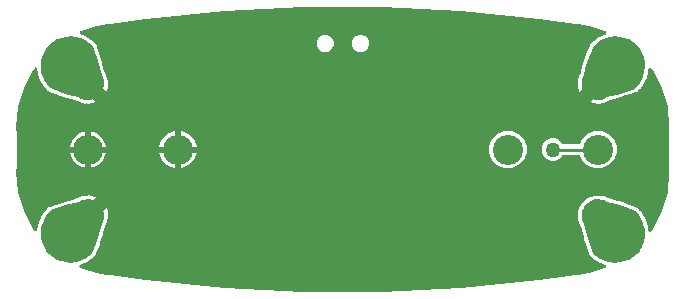
<source format=gbr>
G04 EAGLE Gerber RS-274X export*
G75*
%MOMM*%
%FSLAX34Y34*%
%LPD*%
%INBottom Copper*%
%IPPOS*%
%AMOC8*
5,1,8,0,0,1.08239X$1,22.5*%
G01*
%ADD10C,2.552700*%
%ADD11C,3.810000*%
%ADD12C,1.270000*%
%ADD13C,0.508000*%
%ADD14C,1.270000*%
%ADD15C,1.016000*%
%ADD16C,0.254000*%

G36*
X33322Y-120519D02*
X33322Y-120519D01*
X33339Y-120517D01*
X33385Y-120518D01*
X99945Y-117193D01*
X99962Y-117190D01*
X100008Y-117189D01*
X166320Y-110548D01*
X166334Y-110545D01*
X166367Y-110542D01*
X197337Y-106265D01*
X197416Y-106244D01*
X197498Y-106232D01*
X197569Y-106202D01*
X197644Y-106182D01*
X197666Y-106170D01*
X199447Y-105972D01*
X199461Y-105968D01*
X199496Y-105965D01*
X199999Y-105889D01*
X200003Y-105888D01*
X200011Y-105888D01*
X207869Y-104621D01*
X207882Y-104617D01*
X207895Y-104617D01*
X208051Y-104578D01*
X222087Y-100127D01*
X222100Y-100121D01*
X222115Y-100118D01*
X222245Y-100054D01*
X222376Y-99994D01*
X222387Y-99985D01*
X222401Y-99978D01*
X222510Y-99884D01*
X222622Y-99793D01*
X222631Y-99781D01*
X222642Y-99771D01*
X222725Y-99653D01*
X222811Y-99537D01*
X222817Y-99523D01*
X222825Y-99511D01*
X222876Y-99376D01*
X222930Y-99242D01*
X222932Y-99228D01*
X222938Y-99214D01*
X222953Y-99070D01*
X222973Y-98927D01*
X222971Y-98912D01*
X222972Y-98898D01*
X222952Y-98755D01*
X222935Y-98611D01*
X222930Y-98598D01*
X222928Y-98583D01*
X222873Y-98450D01*
X222820Y-98315D01*
X222812Y-98303D01*
X222806Y-98289D01*
X222720Y-98174D01*
X222635Y-98056D01*
X222624Y-98046D01*
X222615Y-98035D01*
X222503Y-97945D01*
X222392Y-97851D01*
X222379Y-97845D01*
X222367Y-97836D01*
X222225Y-97760D01*
X220951Y-97186D01*
X220932Y-97181D01*
X220916Y-97171D01*
X220763Y-97119D01*
X219534Y-96784D01*
X219471Y-96700D01*
X219378Y-96576D01*
X219377Y-96575D01*
X219263Y-96484D01*
X219130Y-96377D01*
X219129Y-96377D01*
X219128Y-96376D01*
X218988Y-96302D01*
X218551Y-96105D01*
X218405Y-96060D01*
X218248Y-96012D01*
X218247Y-96012D01*
X218087Y-96005D01*
X217931Y-95997D01*
X217930Y-95997D01*
X217928Y-95998D01*
X217824Y-96012D01*
X216763Y-95317D01*
X216746Y-95308D01*
X216731Y-95296D01*
X216588Y-95221D01*
X215427Y-94698D01*
X215378Y-94606D01*
X215305Y-94468D01*
X215305Y-94467D01*
X215201Y-94354D01*
X215091Y-94233D01*
X215091Y-94232D01*
X215090Y-94232D01*
X215089Y-94231D01*
X214963Y-94136D01*
X214562Y-93874D01*
X214424Y-93806D01*
X214278Y-93734D01*
X214277Y-93734D01*
X214276Y-93734D01*
X214102Y-93698D01*
X213966Y-93670D01*
X213965Y-93670D01*
X213963Y-93670D01*
X213858Y-93668D01*
X212919Y-92815D01*
X212903Y-92804D01*
X212891Y-92790D01*
X212762Y-92693D01*
X211696Y-91995D01*
X211669Y-91915D01*
X211612Y-91749D01*
X211612Y-91748D01*
X211529Y-91623D01*
X211438Y-91483D01*
X211437Y-91483D01*
X211437Y-91482D01*
X211436Y-91481D01*
X211326Y-91368D01*
X210269Y-90408D01*
X210183Y-90347D01*
X210103Y-90280D01*
X210026Y-90238D01*
X210009Y-90225D01*
X209994Y-90220D01*
X209962Y-90202D01*
X209100Y-89790D01*
X209099Y-89788D01*
X209068Y-89753D01*
X209044Y-89712D01*
X208964Y-89633D01*
X208938Y-89604D01*
X208894Y-89435D01*
X208847Y-89319D01*
X208807Y-89200D01*
X208788Y-89172D01*
X208775Y-89140D01*
X208701Y-89039D01*
X208632Y-88935D01*
X208597Y-88899D01*
X208586Y-88884D01*
X208569Y-88870D01*
X208520Y-88819D01*
X208442Y-88748D01*
X208399Y-87850D01*
X208381Y-87747D01*
X208372Y-87642D01*
X208348Y-87558D01*
X208344Y-87537D01*
X208338Y-87523D01*
X208328Y-87488D01*
X205080Y-78305D01*
X205058Y-78263D01*
X205045Y-78217D01*
X204987Y-78121D01*
X204937Y-78021D01*
X204906Y-77985D01*
X204882Y-77945D01*
X204801Y-77865D01*
X204776Y-77836D01*
X204385Y-76353D01*
X204376Y-76333D01*
X204354Y-76253D01*
X203847Y-74819D01*
X203847Y-74817D01*
X203851Y-74770D01*
X203862Y-74724D01*
X203862Y-74612D01*
X203869Y-74500D01*
X203861Y-74454D01*
X203860Y-74406D01*
X203829Y-74248D01*
X201292Y-64632D01*
X201271Y-64579D01*
X201258Y-64524D01*
X201194Y-64376D01*
X201151Y-64292D01*
X201070Y-64174D01*
X200991Y-64052D01*
X200980Y-64042D01*
X200971Y-64030D01*
X200863Y-63935D01*
X200757Y-63837D01*
X200739Y-63826D01*
X200732Y-63820D01*
X200716Y-63812D01*
X200620Y-63752D01*
X200605Y-63744D01*
X200256Y-62593D01*
X200242Y-62562D01*
X200235Y-62529D01*
X200170Y-62382D01*
X199510Y-61094D01*
X199345Y-59657D01*
X199337Y-59624D01*
X199335Y-59590D01*
X199299Y-59433D01*
X198879Y-58049D01*
X198939Y-57138D01*
X198939Y-57137D01*
X198974Y-56605D01*
X198972Y-56571D01*
X198976Y-56538D01*
X198968Y-56377D01*
X198803Y-54939D01*
X199155Y-53536D01*
X199159Y-53502D01*
X199170Y-53470D01*
X199190Y-53310D01*
X199285Y-51867D01*
X199883Y-50549D01*
X199893Y-50516D01*
X199909Y-50487D01*
X199958Y-50333D01*
X200310Y-48930D01*
X201133Y-47740D01*
X201149Y-47710D01*
X201170Y-47684D01*
X201246Y-47542D01*
X201843Y-46224D01*
X202866Y-45200D01*
X202887Y-45174D01*
X202912Y-45152D01*
X203012Y-45025D01*
X203836Y-43836D01*
X205025Y-43012D01*
X205050Y-42990D01*
X205080Y-42972D01*
X205200Y-42866D01*
X206224Y-41843D01*
X207542Y-41246D01*
X207570Y-41228D01*
X207602Y-41216D01*
X207740Y-41133D01*
X208930Y-40310D01*
X210333Y-39958D01*
X210365Y-39946D01*
X210398Y-39940D01*
X210549Y-39883D01*
X211867Y-39285D01*
X213310Y-39190D01*
X213344Y-39184D01*
X213378Y-39184D01*
X213536Y-39155D01*
X214939Y-38803D01*
X216377Y-38968D01*
X216411Y-38968D01*
X216444Y-38974D01*
X216605Y-38974D01*
X218049Y-38879D01*
X219433Y-39299D01*
X219467Y-39304D01*
X219498Y-39316D01*
X219657Y-39345D01*
X221094Y-39510D01*
X222382Y-40170D01*
X222413Y-40182D01*
X222442Y-40200D01*
X222593Y-40256D01*
X223744Y-40605D01*
X223752Y-40620D01*
X223836Y-40738D01*
X223916Y-40857D01*
X223927Y-40867D01*
X223936Y-40880D01*
X224047Y-40973D01*
X224154Y-41068D01*
X224171Y-41079D01*
X224179Y-41085D01*
X224195Y-41093D01*
X224292Y-41151D01*
X224353Y-41182D01*
X224412Y-41204D01*
X224467Y-41234D01*
X224620Y-41283D01*
X230344Y-42736D01*
X230396Y-42742D01*
X230446Y-42757D01*
X230553Y-42761D01*
X230660Y-42775D01*
X230712Y-42768D01*
X230764Y-42770D01*
X230869Y-42748D01*
X230874Y-42747D01*
X232366Y-43245D01*
X232388Y-43249D01*
X232456Y-43272D01*
X233973Y-43656D01*
X233982Y-43663D01*
X234017Y-43702D01*
X234107Y-43760D01*
X234192Y-43826D01*
X234240Y-43846D01*
X234284Y-43875D01*
X234433Y-43935D01*
X238727Y-45369D01*
X238779Y-45380D01*
X238828Y-45398D01*
X238934Y-45410D01*
X239039Y-45431D01*
X239092Y-45429D01*
X239143Y-45435D01*
X239249Y-45420D01*
X239255Y-45420D01*
X240707Y-46027D01*
X240728Y-46032D01*
X240794Y-46060D01*
X242278Y-46555D01*
X242287Y-46563D01*
X242319Y-46604D01*
X242405Y-46668D01*
X242484Y-46740D01*
X242531Y-46764D01*
X242573Y-46796D01*
X242717Y-46867D01*
X247876Y-49024D01*
X248007Y-49061D01*
X248136Y-49102D01*
X248169Y-49106D01*
X248183Y-49109D01*
X248204Y-49110D01*
X248296Y-49121D01*
X249061Y-49163D01*
X249379Y-49519D01*
X249411Y-49547D01*
X249438Y-49580D01*
X249531Y-49651D01*
X249619Y-49728D01*
X249657Y-49747D01*
X249691Y-49772D01*
X249835Y-49844D01*
X250276Y-50028D01*
X250567Y-50737D01*
X250633Y-50855D01*
X250696Y-50975D01*
X250716Y-51001D01*
X250723Y-51014D01*
X250738Y-51029D01*
X250795Y-51101D01*
X251605Y-52006D01*
X251606Y-52007D01*
X251710Y-52098D01*
X251845Y-52215D01*
X251846Y-52216D01*
X251989Y-52288D01*
X252129Y-52358D01*
X252130Y-52358D01*
X252132Y-52358D01*
X252233Y-52387D01*
X252921Y-53453D01*
X252933Y-53468D01*
X252942Y-53485D01*
X253041Y-53612D01*
X253891Y-54561D01*
X253898Y-54669D01*
X253909Y-54820D01*
X253909Y-54821D01*
X253959Y-54970D01*
X254009Y-55122D01*
X254009Y-55123D01*
X254010Y-55123D01*
X254010Y-55124D01*
X254088Y-55262D01*
X254304Y-55598D01*
X254411Y-55726D01*
X254508Y-55841D01*
X254509Y-55842D01*
X254643Y-55938D01*
X254766Y-56026D01*
X254767Y-56026D01*
X254767Y-56027D01*
X254769Y-56027D01*
X254864Y-56071D01*
X255377Y-57232D01*
X255387Y-57249D01*
X255393Y-57267D01*
X255471Y-57408D01*
X256162Y-58478D01*
X256152Y-58590D01*
X256139Y-58737D01*
X256139Y-58738D01*
X256170Y-58923D01*
X256191Y-59050D01*
X256191Y-59051D01*
X256191Y-59052D01*
X256192Y-59053D01*
X256246Y-59201D01*
X256408Y-59567D01*
X256491Y-59705D01*
X256571Y-59839D01*
X256572Y-59840D01*
X256698Y-59964D01*
X256797Y-60062D01*
X256798Y-60062D01*
X256798Y-60063D01*
X256800Y-60064D01*
X256887Y-60122D01*
X257211Y-61348D01*
X257219Y-61366D01*
X257222Y-61385D01*
X257277Y-61536D01*
X257792Y-62702D01*
X257768Y-62797D01*
X257729Y-62954D01*
X257729Y-62955D01*
X257730Y-63128D01*
X257731Y-63272D01*
X257731Y-63273D01*
X257732Y-63274D01*
X257762Y-63430D01*
X257865Y-63816D01*
X257926Y-63968D01*
X257983Y-64110D01*
X257984Y-64110D01*
X257984Y-64111D01*
X258084Y-64247D01*
X258172Y-64366D01*
X258173Y-64367D01*
X258174Y-64368D01*
X258251Y-64439D01*
X258380Y-65701D01*
X258384Y-65720D01*
X258384Y-65739D01*
X258415Y-65897D01*
X258741Y-67129D01*
X258700Y-67228D01*
X258640Y-67368D01*
X258640Y-67369D01*
X258615Y-67534D01*
X258592Y-67682D01*
X258592Y-67683D01*
X258592Y-67684D01*
X258592Y-67685D01*
X258598Y-67843D01*
X258639Y-68241D01*
X258676Y-68400D01*
X258710Y-68550D01*
X258710Y-68551D01*
X258794Y-68712D01*
X258856Y-68832D01*
X258857Y-68833D01*
X258858Y-68834D01*
X258956Y-68958D01*
X259070Y-69086D01*
X259119Y-69128D01*
X259161Y-69178D01*
X259239Y-69232D01*
X259310Y-69294D01*
X259368Y-69323D01*
X259421Y-69361D01*
X259510Y-69394D01*
X259594Y-69437D01*
X259658Y-69450D01*
X259719Y-69473D01*
X259813Y-69484D01*
X259905Y-69504D01*
X259970Y-69501D01*
X260035Y-69508D01*
X260128Y-69495D01*
X260223Y-69491D01*
X260286Y-69473D01*
X260350Y-69464D01*
X260437Y-69427D01*
X260528Y-69400D01*
X260584Y-69367D01*
X260644Y-69342D01*
X260719Y-69285D01*
X260800Y-69237D01*
X260846Y-69190D01*
X260898Y-69151D01*
X261007Y-69032D01*
X262433Y-67249D01*
X262456Y-67212D01*
X262485Y-67179D01*
X262568Y-67041D01*
X270259Y-52210D01*
X270274Y-52169D01*
X270297Y-52131D01*
X270352Y-51979D01*
X275001Y-35934D01*
X275008Y-35890D01*
X275023Y-35848D01*
X275047Y-35689D01*
X276477Y-19045D01*
X276477Y-19032D01*
X276479Y-19019D01*
X276480Y-18858D01*
X276074Y-12273D01*
X276063Y-12214D01*
X276061Y-12153D01*
X276033Y-12058D01*
X276015Y-11960D01*
X275989Y-11906D01*
X275973Y-11848D01*
X275935Y-11785D01*
X275935Y-10295D01*
X275933Y-10281D01*
X275928Y-10155D01*
X275770Y-8737D01*
X275823Y-8651D01*
X275832Y-8623D01*
X275846Y-8597D01*
X275878Y-8471D01*
X275916Y-8346D01*
X275918Y-8318D01*
X275925Y-8289D01*
X275935Y-8129D01*
X275935Y8129D01*
X275932Y8158D01*
X275934Y8187D01*
X275912Y8315D01*
X275895Y8444D01*
X275885Y8471D01*
X275880Y8500D01*
X275826Y8619D01*
X275778Y8740D01*
X275771Y8750D01*
X275928Y10155D01*
X275927Y10170D01*
X275935Y10295D01*
X275935Y11778D01*
X275956Y11810D01*
X275987Y11905D01*
X276026Y11996D01*
X276035Y12056D01*
X276054Y12113D01*
X276074Y12273D01*
X276099Y12671D01*
X276480Y18858D01*
X276479Y18871D01*
X276481Y18884D01*
X276478Y19045D01*
X275048Y35689D01*
X275038Y35733D01*
X275037Y35777D01*
X275025Y35830D01*
X275025Y35835D01*
X275022Y35843D01*
X275002Y35934D01*
X270352Y51980D01*
X270335Y52020D01*
X270325Y52064D01*
X270260Y52211D01*
X262569Y67041D01*
X262544Y67078D01*
X262526Y67118D01*
X262434Y67250D01*
X261194Y68800D01*
X261151Y68842D01*
X261114Y68890D01*
X261037Y68952D01*
X260966Y69021D01*
X260913Y69051D01*
X260866Y69089D01*
X260776Y69130D01*
X260690Y69179D01*
X260631Y69195D01*
X260576Y69220D01*
X260478Y69237D01*
X260383Y69263D01*
X260322Y69264D01*
X260263Y69275D01*
X260164Y69267D01*
X260065Y69269D01*
X260006Y69254D01*
X259946Y69250D01*
X259852Y69218D01*
X259756Y69195D01*
X259702Y69166D01*
X259645Y69147D01*
X259562Y69092D01*
X259474Y69046D01*
X259430Y69006D01*
X259379Y68972D01*
X259263Y68860D01*
X258950Y68515D01*
X258854Y68379D01*
X258768Y68256D01*
X258767Y68255D01*
X258706Y68094D01*
X258655Y67958D01*
X258655Y67957D01*
X258655Y67956D01*
X258627Y67800D01*
X258575Y67324D01*
X258578Y67173D01*
X258580Y67007D01*
X258580Y67006D01*
X258620Y66860D01*
X258664Y66700D01*
X258664Y66699D01*
X258665Y66699D01*
X258665Y66698D01*
X258712Y66603D01*
X258378Y65379D01*
X258375Y65360D01*
X258368Y65342D01*
X258341Y65184D01*
X258202Y63917D01*
X258117Y63829D01*
X258021Y63731D01*
X258021Y63730D01*
X258020Y63730D01*
X257933Y63576D01*
X257864Y63455D01*
X257863Y63454D01*
X257863Y63453D01*
X257863Y63452D01*
X257811Y63302D01*
X257685Y62840D01*
X257664Y62686D01*
X257641Y62527D01*
X257641Y62526D01*
X257641Y62525D01*
X257657Y62379D01*
X257676Y62211D01*
X257676Y62210D01*
X257676Y62209D01*
X257676Y62208D01*
X257707Y62107D01*
X257186Y60951D01*
X257181Y60932D01*
X257171Y60916D01*
X257119Y60763D01*
X256784Y59534D01*
X256692Y59465D01*
X256576Y59378D01*
X256575Y59377D01*
X256482Y59261D01*
X256377Y59130D01*
X256377Y59129D01*
X256376Y59128D01*
X256302Y58988D01*
X256105Y58551D01*
X256060Y58404D01*
X256012Y58248D01*
X256012Y58247D01*
X256004Y58084D01*
X255997Y57931D01*
X255997Y57930D01*
X255998Y57928D01*
X256012Y57824D01*
X255317Y56763D01*
X255308Y56746D01*
X255296Y56731D01*
X255221Y56588D01*
X254698Y55427D01*
X254593Y55371D01*
X254468Y55305D01*
X254467Y55305D01*
X254354Y55201D01*
X254233Y55091D01*
X254232Y55091D01*
X254232Y55090D01*
X254231Y55089D01*
X254136Y54963D01*
X253874Y54562D01*
X253799Y54409D01*
X253734Y54278D01*
X253734Y54277D01*
X253734Y54276D01*
X253697Y54098D01*
X253670Y53966D01*
X253670Y53965D01*
X253670Y53963D01*
X253668Y53858D01*
X252815Y52919D01*
X252804Y52903D01*
X252790Y52891D01*
X252693Y52762D01*
X251995Y51696D01*
X251912Y51668D01*
X251749Y51612D01*
X251748Y51612D01*
X251616Y51525D01*
X251483Y51438D01*
X251483Y51437D01*
X251482Y51437D01*
X251481Y51436D01*
X251368Y51326D01*
X250258Y50104D01*
X250228Y50061D01*
X250191Y50023D01*
X250101Y49890D01*
X249537Y48921D01*
X249435Y48894D01*
X249319Y48847D01*
X249200Y48807D01*
X249172Y48788D01*
X249140Y48775D01*
X249039Y48701D01*
X248935Y48632D01*
X248899Y48597D01*
X248884Y48586D01*
X248870Y48569D01*
X248819Y48520D01*
X248748Y48442D01*
X247628Y48388D01*
X247576Y48379D01*
X247523Y48379D01*
X247365Y48348D01*
X243635Y47363D01*
X243615Y47355D01*
X243535Y47333D01*
X239204Y45801D01*
X233099Y43919D01*
X228657Y42747D01*
X228637Y42739D01*
X228558Y42716D01*
X224728Y41362D01*
X224724Y41360D01*
X224720Y41359D01*
X224572Y41295D01*
X224292Y41151D01*
X224173Y41070D01*
X224052Y40991D01*
X224042Y40980D01*
X224029Y40971D01*
X223935Y40863D01*
X223837Y40757D01*
X223826Y40739D01*
X223820Y40732D01*
X223812Y40716D01*
X223752Y40620D01*
X223744Y40605D01*
X222593Y40256D01*
X222562Y40242D01*
X222529Y40235D01*
X222382Y40170D01*
X221094Y39510D01*
X219657Y39345D01*
X219624Y39337D01*
X219590Y39335D01*
X219433Y39299D01*
X218049Y38879D01*
X216605Y38974D01*
X216571Y38972D01*
X216538Y38976D01*
X216377Y38968D01*
X214939Y38803D01*
X213536Y39155D01*
X213502Y39159D01*
X213470Y39170D01*
X213310Y39190D01*
X211867Y39285D01*
X210549Y39883D01*
X210516Y39893D01*
X210487Y39909D01*
X210333Y39958D01*
X208930Y40310D01*
X207740Y41133D01*
X207710Y41149D01*
X207684Y41170D01*
X207542Y41246D01*
X206224Y41843D01*
X205201Y42866D01*
X205174Y42887D01*
X205152Y42912D01*
X205025Y43012D01*
X203836Y43836D01*
X203012Y45025D01*
X202990Y45050D01*
X202972Y45080D01*
X202866Y45200D01*
X201843Y46224D01*
X201246Y47542D01*
X201238Y47554D01*
X201236Y47561D01*
X201225Y47578D01*
X201216Y47602D01*
X201133Y47740D01*
X200310Y48930D01*
X199958Y50333D01*
X199946Y50365D01*
X199940Y50398D01*
X199883Y50549D01*
X199285Y51867D01*
X199190Y53311D01*
X199184Y53344D01*
X199184Y53378D01*
X199155Y53536D01*
X198803Y54939D01*
X198968Y56377D01*
X198968Y56411D01*
X198974Y56444D01*
X198974Y56605D01*
X198879Y58049D01*
X199299Y59433D01*
X199304Y59467D01*
X199316Y59498D01*
X199345Y59657D01*
X199510Y61094D01*
X200170Y62382D01*
X200182Y62413D01*
X200200Y62442D01*
X200256Y62593D01*
X200605Y63744D01*
X200620Y63752D01*
X200738Y63836D01*
X200857Y63916D01*
X200867Y63927D01*
X200880Y63936D01*
X200973Y64047D01*
X201068Y64154D01*
X201079Y64172D01*
X201085Y64179D01*
X201093Y64195D01*
X201151Y64292D01*
X201182Y64353D01*
X201204Y64412D01*
X201234Y64467D01*
X201283Y64620D01*
X202736Y70344D01*
X202742Y70396D01*
X202757Y70446D01*
X202761Y70553D01*
X202775Y70660D01*
X202768Y70712D01*
X202770Y70764D01*
X202748Y70869D01*
X202747Y70874D01*
X203245Y72366D01*
X203249Y72388D01*
X203272Y72456D01*
X203656Y73973D01*
X203663Y73982D01*
X203702Y74017D01*
X203760Y74107D01*
X203826Y74192D01*
X203846Y74240D01*
X203875Y74284D01*
X203935Y74433D01*
X205369Y78727D01*
X205380Y78779D01*
X205398Y78828D01*
X205410Y78934D01*
X205431Y79039D01*
X205429Y79092D01*
X205435Y79143D01*
X205420Y79249D01*
X205420Y79255D01*
X206027Y80707D01*
X206032Y80728D01*
X206060Y80794D01*
X206555Y82278D01*
X206563Y82287D01*
X206604Y82319D01*
X206668Y82405D01*
X206740Y82484D01*
X206764Y82531D01*
X206796Y82573D01*
X206867Y82717D01*
X209024Y87876D01*
X209061Y88007D01*
X209102Y88136D01*
X209106Y88169D01*
X209109Y88183D01*
X209110Y88204D01*
X209121Y88296D01*
X209163Y89061D01*
X209519Y89379D01*
X209547Y89411D01*
X209580Y89438D01*
X209651Y89531D01*
X209728Y89619D01*
X209747Y89657D01*
X209772Y89691D01*
X209844Y89835D01*
X210028Y90276D01*
X210737Y90567D01*
X210855Y90633D01*
X210975Y90696D01*
X211001Y90716D01*
X211014Y90723D01*
X211029Y90738D01*
X211101Y90795D01*
X212006Y91605D01*
X212007Y91606D01*
X212097Y91709D01*
X212215Y91845D01*
X212216Y91846D01*
X212281Y91976D01*
X212358Y92129D01*
X212358Y92130D01*
X212358Y92132D01*
X212387Y92233D01*
X213453Y92921D01*
X213468Y92933D01*
X213485Y92942D01*
X213612Y93041D01*
X214561Y93891D01*
X214669Y93898D01*
X214820Y93909D01*
X214821Y93909D01*
X214970Y93959D01*
X215122Y94009D01*
X215123Y94009D01*
X215123Y94010D01*
X215124Y94010D01*
X215262Y94088D01*
X215598Y94304D01*
X215722Y94408D01*
X215841Y94508D01*
X215842Y94509D01*
X215935Y94639D01*
X216026Y94766D01*
X216026Y94767D01*
X216027Y94767D01*
X216027Y94769D01*
X216071Y94864D01*
X217232Y95377D01*
X217249Y95387D01*
X217267Y95393D01*
X217408Y95471D01*
X218478Y96162D01*
X218589Y96152D01*
X218737Y96139D01*
X218738Y96139D01*
X218904Y96167D01*
X219050Y96191D01*
X219051Y96191D01*
X219052Y96191D01*
X219053Y96192D01*
X219201Y96246D01*
X219567Y96408D01*
X219705Y96491D01*
X219839Y96571D01*
X219840Y96572D01*
X219953Y96687D01*
X220062Y96797D01*
X220062Y96798D01*
X220063Y96798D01*
X220064Y96800D01*
X220122Y96887D01*
X221348Y97211D01*
X221366Y97219D01*
X221385Y97222D01*
X221536Y97277D01*
X222453Y97682D01*
X222470Y97692D01*
X222488Y97698D01*
X222606Y97774D01*
X222725Y97846D01*
X222739Y97860D01*
X222756Y97871D01*
X222851Y97973D01*
X222949Y98072D01*
X222958Y98089D01*
X222972Y98104D01*
X223038Y98227D01*
X223109Y98347D01*
X223114Y98366D01*
X223123Y98384D01*
X223157Y98519D01*
X223195Y98653D01*
X223196Y98673D01*
X223200Y98692D01*
X223199Y98831D01*
X223203Y98971D01*
X223198Y98990D01*
X223198Y99010D01*
X223163Y99145D01*
X223131Y99281D01*
X223122Y99299D01*
X223117Y99318D01*
X223049Y99440D01*
X222985Y99564D01*
X222972Y99578D01*
X222962Y99595D01*
X222867Y99696D01*
X222773Y99801D01*
X222757Y99812D01*
X222743Y99826D01*
X222625Y99900D01*
X222509Y99978D01*
X222490Y99984D01*
X222474Y99995D01*
X222324Y100053D01*
X208051Y104578D01*
X208038Y104580D01*
X208026Y104586D01*
X207869Y104621D01*
X200012Y105887D01*
X200008Y105888D01*
X200000Y105889D01*
X199497Y105965D01*
X199482Y105966D01*
X199447Y105972D01*
X197668Y106169D01*
X197650Y106180D01*
X197571Y106202D01*
X197494Y106233D01*
X197349Y106262D01*
X197343Y106264D01*
X197341Y106264D01*
X197337Y106265D01*
X166367Y110542D01*
X166353Y110542D01*
X166320Y110548D01*
X100008Y117189D01*
X99991Y117188D01*
X99945Y117193D01*
X33385Y120518D01*
X33368Y120517D01*
X33322Y120520D01*
X-33322Y120520D01*
X-33339Y120517D01*
X-33385Y120518D01*
X-99945Y117193D01*
X-99962Y117190D01*
X-100008Y117189D01*
X-166320Y110548D01*
X-166334Y110545D01*
X-166367Y110542D01*
X-197337Y106265D01*
X-197416Y106244D01*
X-197498Y106232D01*
X-197569Y106202D01*
X-197644Y106182D01*
X-197666Y106170D01*
X-199447Y105972D01*
X-199461Y105968D01*
X-199496Y105965D01*
X-200003Y105889D01*
X-200007Y105888D01*
X-200016Y105887D01*
X-207870Y104622D01*
X-207882Y104618D01*
X-207895Y104617D01*
X-208051Y104578D01*
X-222089Y100128D01*
X-222102Y100122D01*
X-222117Y100119D01*
X-222247Y100055D01*
X-222377Y99995D01*
X-222389Y99985D01*
X-222402Y99979D01*
X-222512Y99885D01*
X-222624Y99794D01*
X-222633Y99782D01*
X-222644Y99772D01*
X-222727Y99654D01*
X-222813Y99538D01*
X-222818Y99524D01*
X-222827Y99512D01*
X-222878Y99376D01*
X-222932Y99243D01*
X-222934Y99228D01*
X-222939Y99214D01*
X-222955Y99071D01*
X-222974Y98928D01*
X-222972Y98913D01*
X-222974Y98898D01*
X-222954Y98756D01*
X-222937Y98612D01*
X-222931Y98598D01*
X-222929Y98584D01*
X-222874Y98451D01*
X-222822Y98316D01*
X-222813Y98303D01*
X-222808Y98290D01*
X-222721Y98174D01*
X-222637Y98057D01*
X-222626Y98047D01*
X-222617Y98035D01*
X-222505Y97946D01*
X-222394Y97852D01*
X-222380Y97846D01*
X-222369Y97836D01*
X-222226Y97761D01*
X-220951Y97186D01*
X-220932Y97181D01*
X-220916Y97171D01*
X-220763Y97119D01*
X-219534Y96784D01*
X-219471Y96700D01*
X-219378Y96576D01*
X-219377Y96575D01*
X-219261Y96482D01*
X-219130Y96377D01*
X-219129Y96377D01*
X-219128Y96376D01*
X-218988Y96302D01*
X-218551Y96105D01*
X-218404Y96060D01*
X-218248Y96012D01*
X-218247Y96012D01*
X-218087Y96005D01*
X-217931Y95997D01*
X-217930Y95997D01*
X-217928Y95998D01*
X-217824Y96012D01*
X-216763Y95317D01*
X-216746Y95308D01*
X-216731Y95296D01*
X-216588Y95221D01*
X-215427Y94698D01*
X-215374Y94598D01*
X-215305Y94468D01*
X-215305Y94467D01*
X-215201Y94354D01*
X-215091Y94233D01*
X-215091Y94232D01*
X-215090Y94232D01*
X-215089Y94231D01*
X-214963Y94136D01*
X-214562Y93874D01*
X-214416Y93802D01*
X-214278Y93734D01*
X-214277Y93734D01*
X-214276Y93734D01*
X-214102Y93698D01*
X-213966Y93670D01*
X-213965Y93670D01*
X-213963Y93670D01*
X-213858Y93668D01*
X-212919Y92815D01*
X-212903Y92804D01*
X-212891Y92790D01*
X-212762Y92693D01*
X-211696Y91995D01*
X-211665Y91905D01*
X-211612Y91749D01*
X-211612Y91748D01*
X-211523Y91614D01*
X-211438Y91483D01*
X-211437Y91483D01*
X-211437Y91482D01*
X-211436Y91481D01*
X-211326Y91368D01*
X-210104Y90258D01*
X-210061Y90228D01*
X-210023Y90191D01*
X-209890Y90101D01*
X-208921Y89537D01*
X-208894Y89435D01*
X-208847Y89319D01*
X-208807Y89200D01*
X-208788Y89172D01*
X-208775Y89140D01*
X-208701Y89039D01*
X-208632Y88935D01*
X-208597Y88899D01*
X-208586Y88884D01*
X-208570Y88870D01*
X-208520Y88819D01*
X-208442Y88748D01*
X-208388Y87628D01*
X-208379Y87576D01*
X-208379Y87523D01*
X-208348Y87365D01*
X-207363Y83635D01*
X-207355Y83615D01*
X-207333Y83535D01*
X-205801Y79205D01*
X-203919Y73099D01*
X-202747Y68657D01*
X-202739Y68637D01*
X-202716Y68558D01*
X-201362Y64728D01*
X-201360Y64724D01*
X-201359Y64720D01*
X-201295Y64572D01*
X-201151Y64292D01*
X-201070Y64173D01*
X-200991Y64052D01*
X-200980Y64042D01*
X-200971Y64029D01*
X-200863Y63935D01*
X-200757Y63837D01*
X-200739Y63826D01*
X-200732Y63820D01*
X-200716Y63812D01*
X-200620Y63752D01*
X-200605Y63744D01*
X-200256Y62593D01*
X-200242Y62562D01*
X-200235Y62529D01*
X-200170Y62382D01*
X-199510Y61094D01*
X-199345Y59657D01*
X-199337Y59624D01*
X-199335Y59590D01*
X-199299Y59433D01*
X-198879Y58049D01*
X-198974Y56605D01*
X-198972Y56571D01*
X-198976Y56538D01*
X-198968Y56377D01*
X-198803Y54939D01*
X-199155Y53536D01*
X-199159Y53502D01*
X-199170Y53470D01*
X-199190Y53310D01*
X-199285Y51867D01*
X-199883Y50549D01*
X-199893Y50516D01*
X-199909Y50487D01*
X-199958Y50333D01*
X-200310Y48930D01*
X-201133Y47740D01*
X-201144Y47720D01*
X-201158Y47702D01*
X-201163Y47693D01*
X-201170Y47684D01*
X-201246Y47542D01*
X-201843Y46224D01*
X-202866Y45201D01*
X-202887Y45174D01*
X-202912Y45152D01*
X-203012Y45025D01*
X-203836Y43836D01*
X-205025Y43012D01*
X-205050Y42990D01*
X-205080Y42972D01*
X-205201Y42866D01*
X-206224Y41843D01*
X-207542Y41246D01*
X-207570Y41228D01*
X-207602Y41216D01*
X-207740Y41133D01*
X-208930Y40310D01*
X-210333Y39958D01*
X-210365Y39946D01*
X-210398Y39940D01*
X-210549Y39883D01*
X-211867Y39285D01*
X-213310Y39190D01*
X-213344Y39184D01*
X-213378Y39184D01*
X-213536Y39155D01*
X-214939Y38803D01*
X-216377Y38968D01*
X-216411Y38968D01*
X-216444Y38974D01*
X-216605Y38974D01*
X-218049Y38879D01*
X-219433Y39299D01*
X-219467Y39304D01*
X-219498Y39316D01*
X-219657Y39345D01*
X-221094Y39510D01*
X-222382Y40170D01*
X-222413Y40182D01*
X-222442Y40200D01*
X-222593Y40256D01*
X-223744Y40605D01*
X-223752Y40620D01*
X-223836Y40738D01*
X-223916Y40857D01*
X-223927Y40867D01*
X-223936Y40880D01*
X-224047Y40973D01*
X-224154Y41068D01*
X-224172Y41079D01*
X-224179Y41085D01*
X-224195Y41093D01*
X-224292Y41151D01*
X-224353Y41182D01*
X-224412Y41204D01*
X-224467Y41234D01*
X-224620Y41283D01*
X-230344Y42736D01*
X-230396Y42742D01*
X-230446Y42757D01*
X-230553Y42761D01*
X-230660Y42775D01*
X-230712Y42768D01*
X-230764Y42770D01*
X-230869Y42748D01*
X-230874Y42747D01*
X-232366Y43245D01*
X-232388Y43249D01*
X-232456Y43272D01*
X-233973Y43656D01*
X-233982Y43663D01*
X-234017Y43702D01*
X-234107Y43760D01*
X-234192Y43826D01*
X-234240Y43846D01*
X-234284Y43875D01*
X-234433Y43935D01*
X-238727Y45369D01*
X-238779Y45380D01*
X-238828Y45398D01*
X-238934Y45410D01*
X-239039Y45431D01*
X-239092Y45429D01*
X-239143Y45435D01*
X-239249Y45420D01*
X-239255Y45420D01*
X-240707Y46027D01*
X-240728Y46032D01*
X-240794Y46060D01*
X-242278Y46555D01*
X-242287Y46563D01*
X-242319Y46604D01*
X-242405Y46668D01*
X-242484Y46740D01*
X-242531Y46764D01*
X-242573Y46796D01*
X-242717Y46867D01*
X-247876Y49024D01*
X-248007Y49061D01*
X-248136Y49102D01*
X-248169Y49106D01*
X-248183Y49109D01*
X-248204Y49110D01*
X-248296Y49121D01*
X-249061Y49163D01*
X-249379Y49519D01*
X-249411Y49547D01*
X-249438Y49580D01*
X-249531Y49651D01*
X-249619Y49728D01*
X-249657Y49747D01*
X-249691Y49772D01*
X-249835Y49844D01*
X-250276Y50028D01*
X-250567Y50737D01*
X-250633Y50855D01*
X-250696Y50975D01*
X-250716Y51001D01*
X-250723Y51014D01*
X-250738Y51029D01*
X-250795Y51101D01*
X-251605Y52006D01*
X-251606Y52007D01*
X-251702Y52091D01*
X-251845Y52215D01*
X-251846Y52216D01*
X-251983Y52285D01*
X-252129Y52358D01*
X-252130Y52358D01*
X-252132Y52358D01*
X-252233Y52387D01*
X-252921Y53453D01*
X-252933Y53468D01*
X-252942Y53485D01*
X-253041Y53612D01*
X-253891Y54561D01*
X-253898Y54660D01*
X-253909Y54820D01*
X-253909Y54821D01*
X-253954Y54957D01*
X-254009Y55122D01*
X-254009Y55123D01*
X-254010Y55123D01*
X-254010Y55124D01*
X-254088Y55262D01*
X-254304Y55598D01*
X-254401Y55714D01*
X-254508Y55841D01*
X-254509Y55842D01*
X-254643Y55938D01*
X-254766Y56026D01*
X-254767Y56026D01*
X-254767Y56027D01*
X-254769Y56027D01*
X-254864Y56071D01*
X-255377Y57232D01*
X-255387Y57249D01*
X-255393Y57267D01*
X-255471Y57408D01*
X-256162Y58478D01*
X-256153Y58579D01*
X-256139Y58737D01*
X-256139Y58738D01*
X-256165Y58896D01*
X-256191Y59050D01*
X-256191Y59051D01*
X-256191Y59052D01*
X-256192Y59053D01*
X-256246Y59201D01*
X-256408Y59567D01*
X-256488Y59701D01*
X-256571Y59839D01*
X-256572Y59840D01*
X-256680Y59946D01*
X-256797Y60062D01*
X-256798Y60062D01*
X-256798Y60063D01*
X-256800Y60064D01*
X-256887Y60122D01*
X-257211Y61348D01*
X-257219Y61366D01*
X-257222Y61385D01*
X-257277Y61536D01*
X-257792Y62702D01*
X-257771Y62784D01*
X-257729Y62954D01*
X-257729Y62955D01*
X-257730Y63107D01*
X-257731Y63272D01*
X-257731Y63273D01*
X-257732Y63274D01*
X-257762Y63430D01*
X-257865Y63816D01*
X-257919Y63951D01*
X-257983Y64110D01*
X-257984Y64110D01*
X-257984Y64111D01*
X-258071Y64230D01*
X-258172Y64366D01*
X-258172Y64367D01*
X-258173Y64367D01*
X-258173Y64368D01*
X-258251Y64439D01*
X-258380Y65701D01*
X-258384Y65720D01*
X-258384Y65739D01*
X-258415Y65897D01*
X-258741Y67129D01*
X-258701Y67224D01*
X-258640Y67368D01*
X-258640Y67369D01*
X-258617Y67521D01*
X-258592Y67682D01*
X-258592Y67683D01*
X-258592Y67684D01*
X-258592Y67685D01*
X-258598Y67843D01*
X-258639Y68241D01*
X-258671Y68379D01*
X-258710Y68549D01*
X-258710Y68550D01*
X-258710Y68551D01*
X-258782Y68688D01*
X-258856Y68832D01*
X-258857Y68832D01*
X-258857Y68833D01*
X-258858Y68834D01*
X-258956Y68958D01*
X-259071Y69087D01*
X-259120Y69130D01*
X-259163Y69180D01*
X-259240Y69234D01*
X-259311Y69296D01*
X-259370Y69325D01*
X-259423Y69363D01*
X-259511Y69396D01*
X-259596Y69438D01*
X-259659Y69452D01*
X-259720Y69475D01*
X-259814Y69485D01*
X-259907Y69505D01*
X-259972Y69503D01*
X-260037Y69510D01*
X-260130Y69497D01*
X-260224Y69493D01*
X-260287Y69474D01*
X-260351Y69465D01*
X-260439Y69429D01*
X-260529Y69402D01*
X-260585Y69369D01*
X-260645Y69344D01*
X-260721Y69287D01*
X-260802Y69238D01*
X-260848Y69192D01*
X-260900Y69153D01*
X-261008Y69034D01*
X-262435Y67251D01*
X-262458Y67213D01*
X-262487Y67180D01*
X-262570Y67042D01*
X-270261Y52211D01*
X-270276Y52170D01*
X-270299Y52132D01*
X-270353Y51980D01*
X-275003Y35934D01*
X-275010Y35891D01*
X-275024Y35849D01*
X-275048Y35690D01*
X-276478Y19045D01*
X-276477Y19032D01*
X-276480Y19019D01*
X-276480Y18858D01*
X-276074Y12273D01*
X-276063Y12213D01*
X-276061Y12153D01*
X-276033Y12058D01*
X-276015Y11960D01*
X-275989Y11905D01*
X-275973Y11848D01*
X-275935Y11784D01*
X-275935Y10295D01*
X-275933Y10281D01*
X-275928Y10155D01*
X-275770Y8737D01*
X-275823Y8651D01*
X-275832Y8623D01*
X-275846Y8598D01*
X-275878Y8472D01*
X-275916Y8347D01*
X-275918Y8318D01*
X-275925Y8290D01*
X-275935Y8129D01*
X-275935Y-8129D01*
X-275932Y-8158D01*
X-275934Y-8186D01*
X-275912Y-8315D01*
X-275895Y-8444D01*
X-275885Y-8471D01*
X-275880Y-8500D01*
X-275826Y-8619D01*
X-275778Y-8740D01*
X-275771Y-8750D01*
X-275928Y-10155D01*
X-275927Y-10170D01*
X-275935Y-10295D01*
X-275935Y-11778D01*
X-275956Y-11810D01*
X-275986Y-11905D01*
X-276026Y-11996D01*
X-276035Y-12056D01*
X-276054Y-12113D01*
X-276074Y-12272D01*
X-276091Y-12553D01*
X-276169Y-13822D01*
X-276479Y-18858D01*
X-276479Y-18871D01*
X-276481Y-18884D01*
X-276477Y-19044D01*
X-275047Y-35689D01*
X-275037Y-35732D01*
X-275036Y-35776D01*
X-275001Y-35933D01*
X-270351Y-51979D01*
X-270333Y-52020D01*
X-270324Y-52063D01*
X-270259Y-52210D01*
X-262568Y-67040D01*
X-262543Y-67077D01*
X-262525Y-67117D01*
X-262432Y-67249D01*
X-261193Y-68798D01*
X-261149Y-68840D01*
X-261113Y-68889D01*
X-261036Y-68951D01*
X-260964Y-69020D01*
X-260912Y-69050D01*
X-260865Y-69088D01*
X-260774Y-69128D01*
X-260688Y-69178D01*
X-260630Y-69194D01*
X-260575Y-69219D01*
X-260477Y-69236D01*
X-260382Y-69262D01*
X-260321Y-69263D01*
X-260262Y-69273D01*
X-260163Y-69266D01*
X-260064Y-69267D01*
X-260005Y-69253D01*
X-259945Y-69248D01*
X-259851Y-69216D01*
X-259754Y-69193D01*
X-259701Y-69165D01*
X-259644Y-69145D01*
X-259561Y-69091D01*
X-259473Y-69045D01*
X-259428Y-69004D01*
X-259378Y-68971D01*
X-259262Y-68859D01*
X-258950Y-68515D01*
X-258868Y-68399D01*
X-258768Y-68256D01*
X-258767Y-68255D01*
X-258706Y-68094D01*
X-258655Y-67958D01*
X-258655Y-67957D01*
X-258655Y-67956D01*
X-258627Y-67800D01*
X-258575Y-67324D01*
X-258575Y-67305D01*
X-258573Y-67291D01*
X-258577Y-67231D01*
X-258577Y-67201D01*
X-258580Y-67007D01*
X-258580Y-67006D01*
X-258618Y-66867D01*
X-258664Y-66700D01*
X-258664Y-66699D01*
X-258665Y-66699D01*
X-258665Y-66698D01*
X-258712Y-66603D01*
X-258378Y-65379D01*
X-258375Y-65360D01*
X-258368Y-65342D01*
X-258341Y-65184D01*
X-258202Y-63917D01*
X-258151Y-63864D01*
X-258021Y-63731D01*
X-258021Y-63730D01*
X-258020Y-63730D01*
X-257965Y-63632D01*
X-257864Y-63455D01*
X-257863Y-63454D01*
X-257863Y-63453D01*
X-257863Y-63452D01*
X-257811Y-63302D01*
X-257685Y-62840D01*
X-257667Y-62708D01*
X-257641Y-62527D01*
X-257641Y-62526D01*
X-257641Y-62525D01*
X-257657Y-62378D01*
X-257676Y-62211D01*
X-257676Y-62210D01*
X-257676Y-62209D01*
X-257676Y-62208D01*
X-257707Y-62107D01*
X-257186Y-60951D01*
X-257181Y-60932D01*
X-257171Y-60916D01*
X-257119Y-60763D01*
X-256784Y-59534D01*
X-256707Y-59476D01*
X-256576Y-59378D01*
X-256575Y-59377D01*
X-256490Y-59270D01*
X-256377Y-59130D01*
X-256377Y-59129D01*
X-256376Y-59128D01*
X-256302Y-58988D01*
X-256105Y-58551D01*
X-256061Y-58407D01*
X-256012Y-58248D01*
X-256012Y-58247D01*
X-256005Y-58096D01*
X-255997Y-57931D01*
X-255997Y-57930D01*
X-255998Y-57928D01*
X-256012Y-57824D01*
X-255317Y-56763D01*
X-255308Y-56746D01*
X-255296Y-56731D01*
X-255221Y-56588D01*
X-254698Y-55427D01*
X-254602Y-55376D01*
X-254468Y-55305D01*
X-254467Y-55305D01*
X-254363Y-55209D01*
X-254233Y-55091D01*
X-254232Y-55091D01*
X-254232Y-55090D01*
X-254231Y-55089D01*
X-254136Y-54963D01*
X-253874Y-54562D01*
X-253802Y-54416D01*
X-253734Y-54278D01*
X-253734Y-54277D01*
X-253734Y-54276D01*
X-253700Y-54113D01*
X-253670Y-53966D01*
X-253670Y-53965D01*
X-253670Y-53963D01*
X-253668Y-53858D01*
X-252815Y-52919D01*
X-252804Y-52903D01*
X-252790Y-52891D01*
X-252693Y-52762D01*
X-251995Y-51696D01*
X-251912Y-51668D01*
X-251749Y-51612D01*
X-251748Y-51612D01*
X-251616Y-51525D01*
X-251483Y-51438D01*
X-251483Y-51437D01*
X-251482Y-51437D01*
X-251481Y-51436D01*
X-251368Y-51326D01*
X-250258Y-50104D01*
X-250228Y-50061D01*
X-250191Y-50023D01*
X-250101Y-49890D01*
X-249537Y-48921D01*
X-249435Y-48894D01*
X-249319Y-48847D01*
X-249200Y-48807D01*
X-249172Y-48788D01*
X-249140Y-48775D01*
X-249039Y-48701D01*
X-248935Y-48632D01*
X-248899Y-48597D01*
X-248884Y-48586D01*
X-248870Y-48570D01*
X-248819Y-48520D01*
X-248748Y-48442D01*
X-247628Y-48388D01*
X-247576Y-48379D01*
X-247523Y-48379D01*
X-247365Y-48348D01*
X-243635Y-47363D01*
X-243615Y-47355D01*
X-243535Y-47333D01*
X-239205Y-45801D01*
X-233099Y-43919D01*
X-228657Y-42747D01*
X-228637Y-42739D01*
X-228558Y-42716D01*
X-224728Y-41362D01*
X-224724Y-41360D01*
X-224720Y-41359D01*
X-224572Y-41295D01*
X-224292Y-41151D01*
X-224173Y-41070D01*
X-224052Y-40991D01*
X-224042Y-40980D01*
X-224029Y-40971D01*
X-223935Y-40863D01*
X-223837Y-40757D01*
X-223826Y-40739D01*
X-223820Y-40732D01*
X-223812Y-40716D01*
X-223752Y-40620D01*
X-223744Y-40605D01*
X-222593Y-40256D01*
X-222562Y-40242D01*
X-222529Y-40235D01*
X-222382Y-40170D01*
X-221094Y-39510D01*
X-219657Y-39345D01*
X-219624Y-39337D01*
X-219590Y-39335D01*
X-219433Y-39299D01*
X-218049Y-38879D01*
X-216605Y-38974D01*
X-216571Y-38972D01*
X-216538Y-38976D01*
X-216377Y-38968D01*
X-214939Y-38803D01*
X-213536Y-39155D01*
X-213502Y-39159D01*
X-213470Y-39170D01*
X-213310Y-39190D01*
X-211867Y-39285D01*
X-210549Y-39883D01*
X-210516Y-39893D01*
X-210487Y-39909D01*
X-210333Y-39958D01*
X-208930Y-40310D01*
X-207740Y-41133D01*
X-207710Y-41149D01*
X-207684Y-41170D01*
X-207542Y-41246D01*
X-206224Y-41843D01*
X-205201Y-42866D01*
X-205174Y-42887D01*
X-205152Y-42912D01*
X-205025Y-43012D01*
X-203836Y-43836D01*
X-203012Y-45025D01*
X-202990Y-45050D01*
X-202972Y-45080D01*
X-202866Y-45201D01*
X-201843Y-46224D01*
X-201246Y-47542D01*
X-201228Y-47570D01*
X-201216Y-47602D01*
X-201133Y-47740D01*
X-200310Y-48930D01*
X-199958Y-50333D01*
X-199946Y-50365D01*
X-199940Y-50398D01*
X-199883Y-50549D01*
X-199285Y-51867D01*
X-199190Y-53310D01*
X-199184Y-53344D01*
X-199184Y-53378D01*
X-199166Y-53477D01*
X-199165Y-53486D01*
X-199163Y-53494D01*
X-199155Y-53536D01*
X-198803Y-54939D01*
X-198968Y-56377D01*
X-198968Y-56411D01*
X-198974Y-56444D01*
X-198974Y-56605D01*
X-198879Y-58049D01*
X-199299Y-59433D01*
X-199304Y-59467D01*
X-199316Y-59498D01*
X-199345Y-59657D01*
X-199510Y-61094D01*
X-200170Y-62382D01*
X-200182Y-62413D01*
X-200200Y-62442D01*
X-200256Y-62593D01*
X-200605Y-63744D01*
X-200620Y-63752D01*
X-200738Y-63836D01*
X-200857Y-63916D01*
X-200867Y-63927D01*
X-200880Y-63936D01*
X-200973Y-64047D01*
X-201068Y-64154D01*
X-201079Y-64172D01*
X-201085Y-64179D01*
X-201093Y-64195D01*
X-201151Y-64292D01*
X-201182Y-64353D01*
X-201204Y-64412D01*
X-201234Y-64467D01*
X-201283Y-64620D01*
X-202736Y-70344D01*
X-202742Y-70396D01*
X-202757Y-70446D01*
X-202761Y-70553D01*
X-202775Y-70660D01*
X-202768Y-70712D01*
X-202770Y-70764D01*
X-202748Y-70869D01*
X-202747Y-70874D01*
X-203245Y-72366D01*
X-203249Y-72388D01*
X-203272Y-72456D01*
X-203656Y-73973D01*
X-203663Y-73982D01*
X-203702Y-74017D01*
X-203760Y-74107D01*
X-203826Y-74192D01*
X-203846Y-74240D01*
X-203875Y-74284D01*
X-203935Y-74433D01*
X-205369Y-78727D01*
X-205380Y-78779D01*
X-205398Y-78828D01*
X-205410Y-78934D01*
X-205431Y-79039D01*
X-205429Y-79092D01*
X-205435Y-79143D01*
X-205420Y-79249D01*
X-205420Y-79255D01*
X-206027Y-80707D01*
X-206032Y-80728D01*
X-206060Y-80794D01*
X-206555Y-82278D01*
X-206563Y-82287D01*
X-206604Y-82319D01*
X-206668Y-82405D01*
X-206740Y-82484D01*
X-206764Y-82531D01*
X-206796Y-82573D01*
X-206867Y-82717D01*
X-209024Y-87876D01*
X-209061Y-88007D01*
X-209102Y-88136D01*
X-209106Y-88169D01*
X-209109Y-88183D01*
X-209110Y-88204D01*
X-209121Y-88296D01*
X-209163Y-89061D01*
X-209519Y-89379D01*
X-209547Y-89411D01*
X-209580Y-89438D01*
X-209651Y-89531D01*
X-209728Y-89619D01*
X-209747Y-89657D01*
X-209772Y-89691D01*
X-209844Y-89835D01*
X-210028Y-90276D01*
X-210737Y-90567D01*
X-210855Y-90633D01*
X-210975Y-90696D01*
X-211001Y-90716D01*
X-211014Y-90723D01*
X-211029Y-90738D01*
X-211101Y-90795D01*
X-212006Y-91605D01*
X-212007Y-91606D01*
X-212097Y-91709D01*
X-212215Y-91845D01*
X-212216Y-91846D01*
X-212286Y-91986D01*
X-212358Y-92129D01*
X-212358Y-92130D01*
X-212358Y-92132D01*
X-212387Y-92233D01*
X-213453Y-92921D01*
X-213468Y-92933D01*
X-213485Y-92942D01*
X-213612Y-93041D01*
X-214561Y-93891D01*
X-214669Y-93898D01*
X-214820Y-93909D01*
X-214821Y-93909D01*
X-214970Y-93959D01*
X-215122Y-94009D01*
X-215123Y-94009D01*
X-215123Y-94010D01*
X-215124Y-94010D01*
X-215262Y-94088D01*
X-215598Y-94304D01*
X-215723Y-94409D01*
X-215841Y-94508D01*
X-215842Y-94509D01*
X-215946Y-94654D01*
X-216026Y-94766D01*
X-216026Y-94767D01*
X-216027Y-94767D01*
X-216027Y-94769D01*
X-216071Y-94864D01*
X-217232Y-95377D01*
X-217249Y-95387D01*
X-217267Y-95393D01*
X-217408Y-95471D01*
X-218478Y-96162D01*
X-218589Y-96152D01*
X-218737Y-96139D01*
X-218738Y-96139D01*
X-218906Y-96167D01*
X-219050Y-96191D01*
X-219051Y-96191D01*
X-219052Y-96191D01*
X-219053Y-96192D01*
X-219201Y-96246D01*
X-219567Y-96408D01*
X-219710Y-96493D01*
X-219839Y-96571D01*
X-219840Y-96572D01*
X-219957Y-96691D01*
X-220062Y-96797D01*
X-220062Y-96798D01*
X-220063Y-96798D01*
X-220064Y-96800D01*
X-220122Y-96887D01*
X-221348Y-97211D01*
X-221366Y-97219D01*
X-221385Y-97222D01*
X-221536Y-97277D01*
X-222451Y-97681D01*
X-222468Y-97692D01*
X-222487Y-97698D01*
X-222604Y-97773D01*
X-222724Y-97845D01*
X-222738Y-97859D01*
X-222754Y-97870D01*
X-222849Y-97972D01*
X-222947Y-98072D01*
X-222957Y-98089D01*
X-222970Y-98103D01*
X-223037Y-98226D01*
X-223107Y-98347D01*
X-223112Y-98366D01*
X-223122Y-98383D01*
X-223156Y-98518D01*
X-223194Y-98653D01*
X-223194Y-98672D01*
X-223199Y-98691D01*
X-223198Y-98831D01*
X-223201Y-98971D01*
X-223197Y-98990D01*
X-223197Y-99009D01*
X-223161Y-99144D01*
X-223130Y-99280D01*
X-223121Y-99298D01*
X-223116Y-99317D01*
X-223048Y-99439D01*
X-222984Y-99563D01*
X-222971Y-99578D01*
X-222961Y-99595D01*
X-222865Y-99696D01*
X-222772Y-99800D01*
X-222755Y-99811D01*
X-222742Y-99825D01*
X-222624Y-99899D01*
X-222508Y-99977D01*
X-222489Y-99984D01*
X-222472Y-99994D01*
X-222322Y-100052D01*
X-208051Y-104578D01*
X-208038Y-104580D01*
X-208026Y-104585D01*
X-207869Y-104621D01*
X-200009Y-105888D01*
X-200005Y-105888D01*
X-199996Y-105890D01*
X-199496Y-105965D01*
X-199482Y-105966D01*
X-199447Y-105972D01*
X-197668Y-106170D01*
X-197650Y-106180D01*
X-197570Y-106202D01*
X-197494Y-106233D01*
X-197350Y-106262D01*
X-197343Y-106264D01*
X-197341Y-106264D01*
X-197337Y-106265D01*
X-166367Y-110542D01*
X-166353Y-110542D01*
X-166320Y-110548D01*
X-100008Y-117189D01*
X-99991Y-117188D01*
X-99945Y-117193D01*
X-33385Y-120518D01*
X-33368Y-120517D01*
X-33322Y-120519D01*
X-33322Y-120520D01*
X33322Y-120520D01*
X33322Y-120519D01*
G37*
G36*
X233955Y-95601D02*
X233955Y-95601D01*
X234047Y-95583D01*
X234113Y-95581D01*
X237975Y-94778D01*
X238063Y-94746D01*
X238128Y-94733D01*
X241818Y-93336D01*
X241900Y-93291D01*
X241962Y-93268D01*
X245387Y-91311D01*
X245461Y-91254D01*
X245519Y-91221D01*
X248596Y-88752D01*
X248689Y-88653D01*
X248748Y-88602D01*
X251189Y-85605D01*
X251238Y-85525D01*
X251280Y-85474D01*
X253223Y-82132D01*
X253258Y-82047D01*
X253278Y-82016D01*
X253281Y-82007D01*
X253292Y-81988D01*
X254688Y-78383D01*
X254710Y-78292D01*
X254734Y-78231D01*
X255549Y-74452D01*
X255556Y-74358D01*
X255571Y-74294D01*
X255785Y-70434D01*
X255777Y-70341D01*
X255781Y-70274D01*
X255389Y-66429D01*
X255366Y-66338D01*
X255360Y-66272D01*
X254371Y-62535D01*
X254335Y-62449D01*
X254318Y-62384D01*
X252757Y-58848D01*
X252707Y-58768D01*
X252681Y-58708D01*
X250585Y-55459D01*
X250524Y-55388D01*
X250489Y-55332D01*
X247911Y-52451D01*
X247867Y-52415D01*
X247830Y-52371D01*
X247776Y-52336D01*
X247758Y-52320D01*
X247750Y-52316D01*
X247694Y-52268D01*
X247604Y-52228D01*
X247546Y-52192D01*
X239712Y-48916D01*
X239671Y-48905D01*
X239642Y-48890D01*
X231587Y-46200D01*
X231546Y-46193D01*
X231515Y-46179D01*
X223396Y-44119D01*
X221417Y-43103D01*
X221349Y-43079D01*
X221298Y-43053D01*
X221280Y-43050D01*
X221248Y-43035D01*
X219010Y-42357D01*
X218901Y-42340D01*
X218831Y-42320D01*
X216507Y-42053D01*
X216397Y-42056D01*
X216325Y-42048D01*
X213991Y-42202D01*
X213883Y-42224D01*
X213810Y-42230D01*
X211542Y-42799D01*
X211440Y-42840D01*
X211369Y-42859D01*
X209239Y-43824D01*
X209146Y-43883D01*
X209080Y-43914D01*
X207157Y-45246D01*
X207076Y-45320D01*
X207017Y-45363D01*
X205363Y-47017D01*
X205297Y-47104D01*
X205246Y-47157D01*
X203914Y-49080D01*
X203865Y-49178D01*
X203824Y-49239D01*
X202859Y-51369D01*
X202828Y-51475D01*
X202799Y-51542D01*
X202230Y-53810D01*
X202219Y-53920D01*
X202202Y-53991D01*
X202048Y-56325D01*
X202057Y-56434D01*
X202053Y-56507D01*
X202320Y-58831D01*
X202347Y-58937D01*
X202357Y-59010D01*
X203035Y-61248D01*
X203081Y-61348D01*
X203103Y-61417D01*
X204121Y-63401D01*
X207277Y-75363D01*
X207295Y-75406D01*
X207302Y-75443D01*
X211464Y-87210D01*
X211502Y-87283D01*
X211531Y-87359D01*
X211564Y-87401D01*
X211596Y-87462D01*
X211690Y-87561D01*
X211739Y-87623D01*
X214659Y-90276D01*
X214736Y-90328D01*
X214785Y-90373D01*
X218084Y-92536D01*
X218169Y-92576D01*
X218224Y-92613D01*
X221821Y-94234D01*
X221910Y-94260D01*
X221971Y-94287D01*
X225777Y-95325D01*
X225869Y-95337D01*
X225933Y-95355D01*
X229855Y-95785D01*
X229948Y-95782D01*
X230014Y-95790D01*
X233955Y-95601D01*
G37*
G36*
X-213991Y42202D02*
X-213991Y42202D01*
X-213883Y42224D01*
X-213810Y42230D01*
X-211542Y42799D01*
X-211440Y42840D01*
X-211369Y42859D01*
X-209239Y43824D01*
X-209146Y43883D01*
X-209080Y43914D01*
X-207157Y45246D01*
X-207076Y45320D01*
X-207017Y45363D01*
X-205363Y47017D01*
X-205297Y47104D01*
X-205246Y47157D01*
X-203914Y49080D01*
X-203865Y49178D01*
X-203824Y49239D01*
X-202859Y51369D01*
X-202828Y51475D01*
X-202799Y51542D01*
X-202230Y53810D01*
X-202219Y53920D01*
X-202202Y53991D01*
X-202048Y56325D01*
X-202057Y56434D01*
X-202053Y56507D01*
X-202320Y58831D01*
X-202347Y58937D01*
X-202357Y59010D01*
X-203035Y61248D01*
X-203081Y61348D01*
X-203103Y61417D01*
X-204121Y63401D01*
X-207277Y75363D01*
X-207295Y75406D01*
X-207302Y75443D01*
X-211464Y87210D01*
X-211502Y87283D01*
X-211531Y87359D01*
X-211564Y87401D01*
X-211596Y87462D01*
X-211690Y87561D01*
X-211739Y87623D01*
X-214659Y90276D01*
X-214736Y90328D01*
X-214785Y90373D01*
X-218084Y92536D01*
X-218169Y92576D01*
X-218224Y92613D01*
X-221821Y94234D01*
X-221910Y94260D01*
X-221971Y94287D01*
X-225777Y95325D01*
X-225869Y95337D01*
X-225933Y95355D01*
X-229855Y95785D01*
X-229948Y95782D01*
X-230014Y95790D01*
X-233955Y95601D01*
X-234047Y95583D01*
X-234113Y95581D01*
X-237975Y94778D01*
X-238063Y94746D01*
X-238128Y94733D01*
X-241818Y93336D01*
X-241900Y93291D01*
X-241962Y93268D01*
X-245387Y91311D01*
X-245461Y91254D01*
X-245519Y91221D01*
X-248596Y88752D01*
X-248689Y88653D01*
X-248748Y88602D01*
X-251189Y85605D01*
X-251238Y85525D01*
X-251280Y85474D01*
X-253223Y82132D01*
X-253236Y82100D01*
X-253250Y82080D01*
X-253263Y82037D01*
X-253292Y81988D01*
X-254688Y78383D01*
X-254710Y78292D01*
X-254734Y78231D01*
X-255549Y74452D01*
X-255556Y74358D01*
X-255571Y74294D01*
X-255785Y70434D01*
X-255777Y70341D01*
X-255781Y70274D01*
X-255389Y66429D01*
X-255366Y66338D01*
X-255360Y66272D01*
X-254371Y62535D01*
X-254335Y62449D01*
X-254318Y62384D01*
X-252757Y58848D01*
X-252707Y58768D01*
X-252681Y58708D01*
X-250585Y55459D01*
X-250524Y55388D01*
X-250489Y55332D01*
X-247911Y52451D01*
X-247867Y52415D01*
X-247830Y52371D01*
X-247771Y52333D01*
X-247694Y52268D01*
X-247604Y52228D01*
X-247546Y52192D01*
X-239712Y48916D01*
X-239671Y48905D01*
X-239642Y48890D01*
X-231587Y46200D01*
X-231546Y46193D01*
X-231515Y46179D01*
X-223396Y44119D01*
X-221417Y43103D01*
X-221314Y43067D01*
X-221248Y43035D01*
X-219010Y42357D01*
X-218901Y42340D01*
X-218831Y42320D01*
X-216507Y42053D01*
X-216397Y42056D01*
X-216325Y42048D01*
X-213991Y42202D01*
G37*
G36*
X216434Y42057D02*
X216434Y42057D01*
X216507Y42053D01*
X218831Y42320D01*
X218937Y42347D01*
X219010Y42357D01*
X221248Y43035D01*
X221348Y43081D01*
X221417Y43103D01*
X223401Y44121D01*
X235363Y47277D01*
X235406Y47295D01*
X235443Y47302D01*
X247210Y51464D01*
X247283Y51502D01*
X247359Y51531D01*
X247401Y51564D01*
X247462Y51596D01*
X247561Y51690D01*
X247623Y51739D01*
X250276Y54659D01*
X250328Y54736D01*
X250373Y54785D01*
X252536Y58084D01*
X252576Y58169D01*
X252613Y58224D01*
X254234Y61821D01*
X254260Y61910D01*
X254287Y61971D01*
X255325Y65777D01*
X255337Y65869D01*
X255355Y65933D01*
X255785Y69855D01*
X255782Y69948D01*
X255790Y70014D01*
X255601Y73955D01*
X255583Y74047D01*
X255581Y74113D01*
X254778Y77975D01*
X254746Y78063D01*
X254733Y78128D01*
X253336Y81818D01*
X253291Y81900D01*
X253268Y81962D01*
X251311Y85387D01*
X251254Y85461D01*
X251221Y85519D01*
X248752Y88596D01*
X248653Y88689D01*
X248602Y88748D01*
X245605Y91189D01*
X245525Y91238D01*
X245474Y91280D01*
X242132Y93223D01*
X242045Y93258D01*
X241988Y93292D01*
X238383Y94688D01*
X238292Y94710D01*
X238231Y94734D01*
X234452Y95549D01*
X234358Y95556D01*
X234294Y95571D01*
X230434Y95785D01*
X230341Y95777D01*
X230274Y95781D01*
X226429Y95389D01*
X226338Y95366D01*
X226272Y95360D01*
X222535Y94371D01*
X222449Y94335D01*
X222384Y94318D01*
X218848Y92757D01*
X218768Y92707D01*
X218708Y92681D01*
X215459Y90585D01*
X215388Y90524D01*
X215332Y90489D01*
X212451Y87911D01*
X212415Y87867D01*
X212371Y87830D01*
X212333Y87771D01*
X212268Y87694D01*
X212228Y87604D01*
X212192Y87546D01*
X208916Y79712D01*
X208905Y79671D01*
X208890Y79642D01*
X206200Y71587D01*
X206193Y71546D01*
X206179Y71515D01*
X204119Y63396D01*
X203103Y61417D01*
X203067Y61314D01*
X203035Y61248D01*
X202357Y59010D01*
X202340Y58901D01*
X202320Y58831D01*
X202053Y56507D01*
X202056Y56397D01*
X202048Y56325D01*
X202202Y53991D01*
X202224Y53883D01*
X202230Y53810D01*
X202799Y51542D01*
X202840Y51440D01*
X202859Y51369D01*
X203824Y49239D01*
X203883Y49146D01*
X203914Y49080D01*
X205246Y47157D01*
X205320Y47076D01*
X205363Y47017D01*
X207017Y45363D01*
X207095Y45304D01*
X207124Y45277D01*
X207126Y45276D01*
X207157Y45246D01*
X209080Y43914D01*
X209178Y43865D01*
X209239Y43824D01*
X211369Y42859D01*
X211475Y42828D01*
X211542Y42799D01*
X213810Y42230D01*
X213920Y42219D01*
X213991Y42202D01*
X216325Y42048D01*
X216434Y42057D01*
G37*
G36*
X-230341Y-95777D02*
X-230341Y-95777D01*
X-230274Y-95781D01*
X-226429Y-95389D01*
X-226338Y-95366D01*
X-226272Y-95360D01*
X-222535Y-94371D01*
X-222449Y-94335D01*
X-222384Y-94318D01*
X-218848Y-92757D01*
X-218768Y-92707D01*
X-218708Y-92681D01*
X-215459Y-90585D01*
X-215388Y-90524D01*
X-215332Y-90489D01*
X-212451Y-87911D01*
X-212415Y-87867D01*
X-212371Y-87830D01*
X-212333Y-87771D01*
X-212268Y-87694D01*
X-212228Y-87604D01*
X-212192Y-87546D01*
X-208916Y-79712D01*
X-208905Y-79671D01*
X-208890Y-79642D01*
X-206200Y-71587D01*
X-206193Y-71546D01*
X-206179Y-71515D01*
X-204119Y-63396D01*
X-203103Y-61417D01*
X-203067Y-61314D01*
X-203035Y-61248D01*
X-202357Y-59010D01*
X-202340Y-58901D01*
X-202320Y-58831D01*
X-202053Y-56507D01*
X-202056Y-56397D01*
X-202048Y-56325D01*
X-202202Y-53991D01*
X-202224Y-53883D01*
X-202230Y-53810D01*
X-202799Y-51542D01*
X-202840Y-51440D01*
X-202859Y-51369D01*
X-203824Y-49239D01*
X-203883Y-49146D01*
X-203914Y-49080D01*
X-205246Y-47157D01*
X-205320Y-47076D01*
X-205363Y-47017D01*
X-207017Y-45363D01*
X-207104Y-45297D01*
X-207157Y-45246D01*
X-209080Y-43914D01*
X-209178Y-43865D01*
X-209239Y-43824D01*
X-211369Y-42859D01*
X-211475Y-42828D01*
X-211542Y-42799D01*
X-213810Y-42230D01*
X-213920Y-42219D01*
X-213991Y-42202D01*
X-216325Y-42048D01*
X-216434Y-42057D01*
X-216507Y-42053D01*
X-218831Y-42320D01*
X-218937Y-42347D01*
X-219010Y-42357D01*
X-221248Y-43035D01*
X-221348Y-43081D01*
X-221417Y-43103D01*
X-223401Y-44121D01*
X-235363Y-47277D01*
X-235406Y-47295D01*
X-235443Y-47302D01*
X-247210Y-51464D01*
X-247283Y-51502D01*
X-247359Y-51531D01*
X-247401Y-51564D01*
X-247462Y-51596D01*
X-247561Y-51690D01*
X-247623Y-51739D01*
X-250276Y-54659D01*
X-250328Y-54736D01*
X-250373Y-54785D01*
X-252536Y-58084D01*
X-252576Y-58169D01*
X-252613Y-58224D01*
X-254234Y-61821D01*
X-254260Y-61910D01*
X-254287Y-61971D01*
X-255325Y-65777D01*
X-255337Y-65869D01*
X-255355Y-65933D01*
X-255785Y-69855D01*
X-255782Y-69948D01*
X-255790Y-70014D01*
X-255601Y-73955D01*
X-255583Y-74047D01*
X-255581Y-74113D01*
X-254778Y-77975D01*
X-254746Y-78063D01*
X-254733Y-78128D01*
X-253336Y-81818D01*
X-253291Y-81900D01*
X-253268Y-81962D01*
X-251311Y-85387D01*
X-251254Y-85461D01*
X-251221Y-85519D01*
X-248752Y-88596D01*
X-248653Y-88689D01*
X-248602Y-88748D01*
X-245605Y-91189D01*
X-245525Y-91238D01*
X-245474Y-91280D01*
X-242132Y-93223D01*
X-242045Y-93258D01*
X-241988Y-93292D01*
X-238383Y-94688D01*
X-238295Y-94709D01*
X-238282Y-94716D01*
X-238274Y-94717D01*
X-238231Y-94734D01*
X-234452Y-95549D01*
X-234358Y-95556D01*
X-234294Y-95571D01*
X-230434Y-95785D01*
X-230341Y-95777D01*
G37*
%LPC*%
G36*
X212755Y-15812D02*
X212755Y-15812D01*
X206943Y-13405D01*
X202495Y-8957D01*
X200898Y-5102D01*
X200884Y-5077D01*
X200875Y-5049D01*
X200805Y-4939D01*
X200741Y-4826D01*
X200720Y-4805D01*
X200705Y-4780D01*
X200610Y-4691D01*
X200520Y-4598D01*
X200494Y-4582D01*
X200473Y-4562D01*
X200359Y-4499D01*
X200248Y-4431D01*
X200220Y-4423D01*
X200194Y-4408D01*
X200069Y-4376D01*
X199945Y-4338D01*
X199915Y-4336D01*
X199886Y-4329D01*
X199726Y-4319D01*
X187032Y-4319D01*
X187003Y-4322D01*
X186974Y-4320D01*
X186845Y-4342D01*
X186717Y-4359D01*
X186689Y-4369D01*
X186660Y-4374D01*
X186542Y-4428D01*
X186421Y-4476D01*
X186397Y-4493D01*
X186370Y-4505D01*
X186269Y-4586D01*
X186164Y-4662D01*
X186145Y-4685D01*
X186122Y-4704D01*
X186044Y-4807D01*
X185961Y-4907D01*
X185948Y-4934D01*
X185931Y-4958D01*
X185860Y-5102D01*
X185768Y-5324D01*
X183124Y-7968D01*
X179670Y-9399D01*
X175930Y-9399D01*
X172476Y-7968D01*
X169832Y-5324D01*
X168401Y-1870D01*
X168401Y1870D01*
X169832Y5324D01*
X172476Y7968D01*
X175930Y9399D01*
X179670Y9399D01*
X183124Y7968D01*
X185768Y5324D01*
X185860Y5102D01*
X185874Y5077D01*
X185883Y5049D01*
X185953Y4939D01*
X186017Y4826D01*
X186038Y4805D01*
X186054Y4780D01*
X186148Y4691D01*
X186239Y4598D01*
X186264Y4582D01*
X186285Y4562D01*
X186399Y4499D01*
X186510Y4431D01*
X186538Y4423D01*
X186564Y4408D01*
X186689Y4376D01*
X186814Y4338D01*
X186843Y4336D01*
X186872Y4329D01*
X187032Y4319D01*
X199726Y4319D01*
X199755Y4322D01*
X199784Y4320D01*
X199913Y4342D01*
X200041Y4359D01*
X200069Y4369D01*
X200098Y4374D01*
X200216Y4428D01*
X200337Y4476D01*
X200361Y4493D01*
X200388Y4505D01*
X200489Y4586D01*
X200594Y4662D01*
X200613Y4685D01*
X200636Y4704D01*
X200714Y4807D01*
X200797Y4907D01*
X200810Y4934D01*
X200827Y4958D01*
X200898Y5102D01*
X202495Y8957D01*
X206943Y13405D01*
X212755Y15812D01*
X219045Y15812D01*
X224857Y13405D01*
X229305Y8957D01*
X231712Y3145D01*
X231712Y-3145D01*
X229305Y-8957D01*
X224857Y-13405D01*
X219045Y-15812D01*
X212755Y-15812D01*
G37*
%LPD*%
%LPC*%
G36*
X136555Y-15812D02*
X136555Y-15812D01*
X130743Y-13405D01*
X126295Y-8957D01*
X123888Y-3145D01*
X123888Y3145D01*
X126295Y8957D01*
X130743Y13405D01*
X136555Y15812D01*
X142845Y15812D01*
X148657Y13405D01*
X153105Y8957D01*
X155512Y3145D01*
X155512Y-3145D01*
X153105Y-8957D01*
X148657Y-13405D01*
X142845Y-15812D01*
X136555Y-15812D01*
G37*
%LPD*%
%LPC*%
G36*
X-142845Y-15812D02*
X-142845Y-15812D01*
X-148657Y-13405D01*
X-153105Y-8957D01*
X-155512Y-3145D01*
X-155512Y3145D01*
X-153105Y8957D01*
X-148657Y13405D01*
X-142845Y15812D01*
X-136555Y15812D01*
X-130743Y13405D01*
X-126295Y8957D01*
X-123888Y3145D01*
X-123888Y-3145D01*
X-126295Y-8957D01*
X-130743Y-13405D01*
X-136555Y-15812D01*
X-142845Y-15812D01*
G37*
%LPD*%
%LPC*%
G36*
X13548Y82701D02*
X13548Y82701D01*
X10866Y83812D01*
X8812Y85866D01*
X7701Y88548D01*
X7701Y91452D01*
X8812Y94134D01*
X10866Y96188D01*
X13548Y97299D01*
X16452Y97299D01*
X19134Y96188D01*
X21188Y94134D01*
X22299Y91452D01*
X22299Y88548D01*
X21188Y85866D01*
X19134Y83812D01*
X16452Y82701D01*
X13548Y82701D01*
G37*
%LPD*%
%LPC*%
G36*
X-16452Y82701D02*
X-16452Y82701D01*
X-19134Y83812D01*
X-21188Y85866D01*
X-22299Y88548D01*
X-22299Y91452D01*
X-21188Y94134D01*
X-19134Y96188D01*
X-16452Y97299D01*
X-13548Y97299D01*
X-10866Y96188D01*
X-8812Y94134D01*
X-7701Y91452D01*
X-7701Y88548D01*
X-8812Y85866D01*
X-10866Y83812D01*
X-13548Y82701D01*
X-16452Y82701D01*
G37*
%LPD*%
%LPC*%
G36*
X-231002Y2539D02*
X-231002Y2539D01*
X-230942Y2992D01*
X-230423Y4930D01*
X-229655Y6783D01*
X-228652Y8521D01*
X-227431Y10112D01*
X-226012Y11531D01*
X-224421Y12752D01*
X-222683Y13755D01*
X-220830Y14523D01*
X-218892Y15042D01*
X-218439Y15102D01*
X-218439Y2539D01*
X-231002Y2539D01*
G37*
%LPD*%
%LPC*%
G36*
X-218892Y-15042D02*
X-218892Y-15042D01*
X-220830Y-14523D01*
X-222683Y-13755D01*
X-224421Y-12752D01*
X-226012Y-11531D01*
X-227431Y-10112D01*
X-228652Y-8521D01*
X-229655Y-6783D01*
X-230423Y-4930D01*
X-230942Y-2992D01*
X-231002Y-2539D01*
X-218439Y-2539D01*
X-218439Y-15102D01*
X-218892Y-15042D01*
G37*
%LPD*%
%LPC*%
G36*
X-213361Y2539D02*
X-213361Y2539D01*
X-213361Y15102D01*
X-212908Y15042D01*
X-210970Y14523D01*
X-209117Y13755D01*
X-207379Y12752D01*
X-205788Y11531D01*
X-204369Y10112D01*
X-203148Y8521D01*
X-202145Y6783D01*
X-201377Y4930D01*
X-200858Y2992D01*
X-200798Y2539D01*
X-213361Y2539D01*
G37*
%LPD*%
%LPC*%
G36*
X-213361Y-2539D02*
X-213361Y-2539D01*
X-200798Y-2539D01*
X-200858Y-2992D01*
X-201377Y-4930D01*
X-202145Y-6783D01*
X-203148Y-8521D01*
X-204369Y-10112D01*
X-205788Y-11531D01*
X-207379Y-12752D01*
X-209117Y-13755D01*
X-210970Y-14523D01*
X-212908Y-15042D01*
X-213361Y-15102D01*
X-213361Y-2539D01*
G37*
%LPD*%
%LPC*%
G36*
X-215901Y-1D02*
X-215901Y-1D01*
X-215901Y1D01*
X-215899Y1D01*
X-215899Y-1D01*
X-215901Y-1D01*
G37*
%LPD*%
D10*
X139700Y0D03*
X215900Y0D03*
X-139700Y0D03*
X-215900Y0D03*
D11*
X230000Y-70000D03*
X-230000Y70000D03*
X230000Y70000D03*
X-230000Y-70000D03*
D12*
X177800Y0D03*
D13*
X-110000Y0D02*
X-170000Y0D01*
X-140000Y30000D02*
X-140000Y-30000D01*
D14*
X-230000Y-69980D02*
X-230000Y-70000D01*
X-230000Y-69980D02*
X-186690Y-26670D01*
X-186690Y26690D01*
X-200650Y40650D01*
X-230000Y70000D01*
X230000Y69980D02*
X230000Y70000D01*
X230000Y69980D02*
X196850Y36830D01*
X-196830Y36830D01*
X-200650Y40650D01*
D15*
X-160000Y-100000D03*
X-60000Y-50000D03*
X150000Y-70000D03*
X49250Y-95870D03*
D16*
X177800Y0D02*
X215900Y0D01*
M02*

</source>
